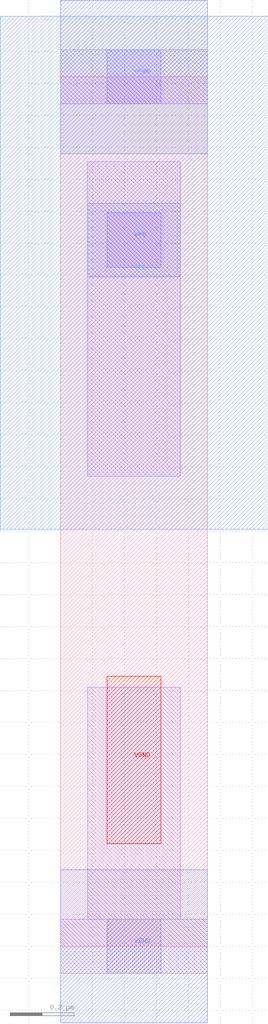
<source format=lef>
# Copyright 2020 The SkyWater PDK Authors
#
# Licensed under the Apache License, Version 2.0 (the "License");
# you may not use this file except in compliance with the License.
# You may obtain a copy of the License at
#
#     https://www.apache.org/licenses/LICENSE-2.0
#
# Unless required by applicable law or agreed to in writing, software
# distributed under the License is distributed on an "AS IS" BASIS,
# WITHOUT WARRANTIES OR CONDITIONS OF ANY KIND, either express or implied.
# See the License for the specific language governing permissions and
# limitations under the License.
#
# SPDX-License-Identifier: Apache-2.0

VERSION 5.7 ;
  NOWIREEXTENSIONATPIN ON ;
  DIVIDERCHAR "/" ;
  BUSBITCHARS "[]" ;
MACRO sky130_fd_sc_hd__tapvgnd_1
  CLASS CORE WELLTAP ;
  FOREIGN sky130_fd_sc_hd__tapvgnd_1 ;
  ORIGIN  0.000000  0.000000 ;
  SIZE  0.460000 BY  2.720000 ;
  SYMMETRY X Y R90 ;
  SITE unithd ;
  PIN VGND
    DIRECTION INOUT ;
    SHAPE ABUTMENT ;
    USE GROUND ;
    PORT
      LAYER met1 ;
        RECT 0.000000 -0.240000 0.460000 0.240000 ;
      LAYER pwell ;
        RECT 0.145000 0.320000 0.315000 0.845000 ;
    END
  END VGND
  PIN VPB
    DIRECTION INOUT ;
    USE POWER ;
    PORT
      LAYER met1 ;
        RECT 0.085000 2.095000 0.375000 2.325000 ;
      LAYER nwell ;
        RECT -0.190000 1.305000 0.650000 2.910000 ;
    END
  END VPB
  PIN VPWR
    DIRECTION INOUT ;
    SHAPE ABUTMENT ;
    USE POWER ;
    PORT
      LAYER met1 ;
        RECT 0.000000 2.480000 0.460000 2.960000 ;
    END
  END VPWR
  OBS
    LAYER li1 ;
      RECT 0.000000 -0.085000 0.460000 0.085000 ;
      RECT 0.000000  2.635000 0.460000 2.805000 ;
      RECT 0.085000  0.085000 0.375000 0.810000 ;
      RECT 0.085000  1.470000 0.375000 2.455000 ;
    LAYER mcon ;
      RECT 0.145000 -0.085000 0.315000 0.085000 ;
      RECT 0.145000  2.125000 0.315000 2.295000 ;
      RECT 0.145000  2.635000 0.315000 2.805000 ;
  END
END sky130_fd_sc_hd__tapvgnd_1
END LIBRARY

</source>
